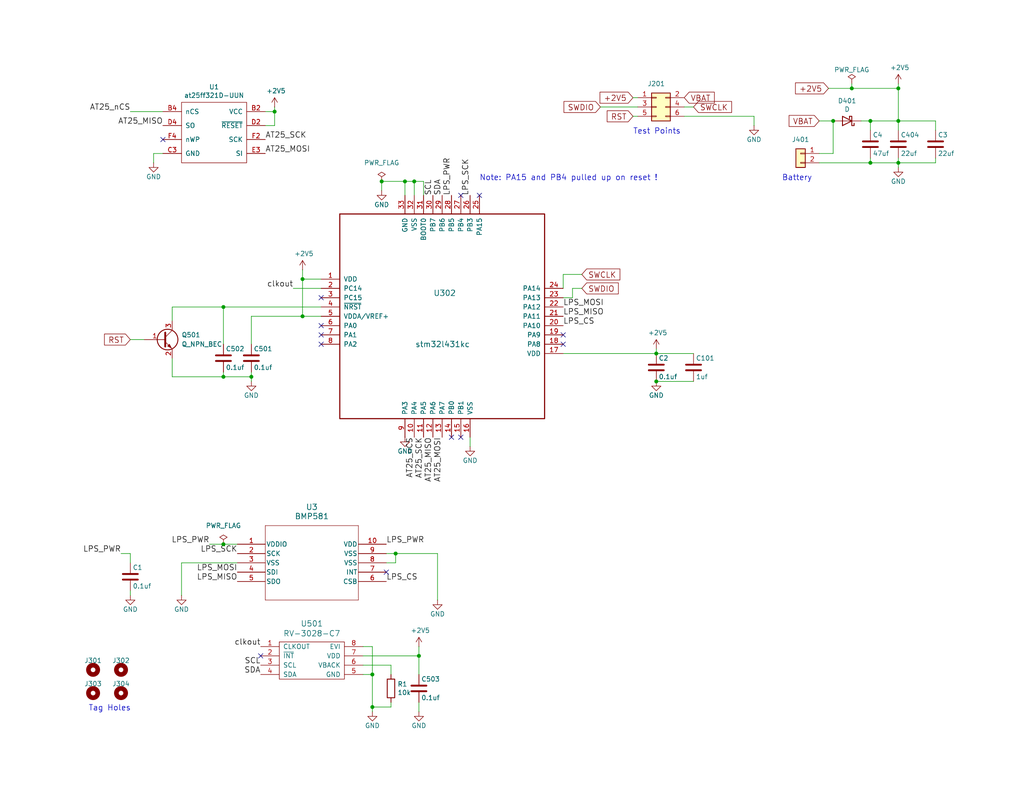
<source format=kicad_sch>
(kicad_sch (version 20231120) (generator "eeschema") (generator_version "8.0")
  (paper "USLetter")
  (title_block (title "PresOptTag V6 ") (date "2025-01-30") (company "IUCS") (comment 1 "Geoffrey Brown") (comment 2 "Add 47uF cap") (comment 3 "Grounded lps27 RES pin"))
  (lib_symbols
    (symbol "+2V5_1" (power) (pin_numbers hide) (pin_names (offset 0) hide)
      (property "Value" "+2V5" (at 0 3.556 0))
      (symbol "+2V5_1_0_1"
        (polyline (pts (xy -0.762 1.27) (xy 0 2.54)))
        (polyline (pts (xy 0 0) (xy 0 2.54)))
        (polyline (pts (xy 0 2.54) (xy 0.762 1.27)))
      )
      (symbol "+2V5_1_1_1"
        (pin power_in line (at 0 0 90) (length 0) (name "~") (number "1"))
      )
    )
    (symbol "+2V5_2" (power) (pin_numbers hide) (pin_names (offset 0) hide)
      (property "Value" "+2V5" (at 0 3.556 0))
      (symbol "+2V5_2_0_1"
        (polyline (pts (xy -0.762 1.27) (xy 0 2.54)))
        (polyline (pts (xy 0 0) (xy 0 2.54)))
        (polyline (pts (xy 0 2.54) (xy 0.762 1.27)))
      )
      (symbol "+2V5_2_1_1"
        (pin power_in line (at 0 0 90) (length 0) (name "~") (number "1"))
      )
    )
    (symbol "+2V5_3" (power) (pin_numbers hide) (pin_names (offset 0) hide)
      (property "Value" "+2V5" (at 0 3.556 0))
      (symbol "+2V5_3_0_1"
        (polyline (pts (xy -0.762 1.27) (xy 0 2.54)))
        (polyline (pts (xy 0 0) (xy 0 2.54)))
        (polyline (pts (xy 0 2.54) (xy 0.762 1.27)))
      )
      (symbol "+2V5_3_1_1"
        (pin power_in line (at 0 0 90) (length 0) (name "~") (number "1"))
      )
    )
    (symbol "+2V5_4" (power) (pin_numbers hide) (pin_names (offset 0) hide)
      (property "Value" "+2V5" (at 0 3.556 0))
      (symbol "+2V5_4_0_1"
        (polyline (pts (xy -0.762 1.27) (xy 0 2.54)))
        (polyline (pts (xy 0 0) (xy 0 2.54)))
        (polyline (pts (xy 0 2.54) (xy 0.762 1.27)))
      )
      (symbol "+2V5_4_1_1"
        (pin power_in line (at 0 0 90) (length 0) (name "~") (number "1"))
      )
    )
    (symbol "Connector_Generic:Conn_01x02" (pin_names (offset 1.016) hide)
      (property "Reference" "J" (at 0 2.54 0))
      (property "Value" "Conn_01x02" (at 0 -5.08 0))
      (symbol "Conn_01x02_1_1"
        (rectangle (start -1.27 -2.413) (end 0 -2.667) (stroke (width 0.1524)))
        (rectangle (start -1.27 0.127) (end 0 -0.127) (stroke (width 0.1524)))
        (rectangle (start -1.27 1.27) (end 1.27 -3.81) (stroke (width 0.254)) (fill (type background)))
        (pin passive line (at -5.08 0 0) (length 3.81) (name "Pin_1") (number "1"))
        (pin passive line (at -5.08 -2.54 0) (length 3.81) (name "Pin_2") (number "2"))
      )
    )
    (symbol "Connector_Generic:Conn_02x03_Odd_Even" (pin_names (offset 1.016) hide)
      (property "Reference" "J" (at 1.27 5.08 0))
      (property "Value" "Conn_02x03_Odd_Even" (at 1.27 -5.08 0))
      (symbol "Conn_02x03_Odd_Even_1_1"
        (rectangle (start -1.27 -2.413) (end 0 -2.667) (stroke (width 0.1524)))
        (rectangle (start -1.27 0.127) (end 0 -0.127) (stroke (width 0.1524)))
        (rectangle (start -1.27 2.667) (end 0 2.413) (stroke (width 0.1524)))
        (rectangle (start -1.27 3.81) (end 3.81 -3.81) (stroke (width 0.254)) (fill (type background)))
        (rectangle (start 3.81 -2.413) (end 2.54 -2.667) (stroke (width 0.1524)))
        (rectangle (start 3.81 0.127) (end 2.54 -0.127) (stroke (width 0.1524)))
        (rectangle (start 3.81 2.667) (end 2.54 2.413) (stroke (width 0.1524)))
        (pin passive line (at -5.08 2.54 0) (length 3.81) (name "Pin_1") (number "1"))
        (pin passive line (at 7.62 2.54 180) (length 3.81) (name "Pin_2") (number "2"))
        (pin passive line (at -5.08 0 0) (length 3.81) (name "Pin_3") (number "3"))
        (pin passive line (at 7.62 0 180) (length 3.81) (name "Pin_4") (number "4"))
        (pin passive line (at -5.08 -2.54 0) (length 3.81) (name "Pin_5") (number "5"))
        (pin passive line (at 7.62 -2.54 180) (length 3.81) (name "Pin_6") (number "6"))
      )
    )
    (symbol "Device:C" (pin_numbers hide) (pin_names (offset 0.254))
      (property "Reference" "C" (at 0.635 2.54 0))
      (property "Value" "C" (at 0.635 -2.54 0))
      (symbol "C_0_1"
        (polyline (pts (xy -2.032 -0.762) (xy 2.032 -0.762)) (stroke (width 0.508)))
        (polyline (pts (xy -2.032 0.762) (xy 2.032 0.762)) (stroke (width 0.508)))
      )
      (symbol "C_1_1"
        (pin passive line (at 0 3.81 270) (length 2.794) (name "~") (number "1"))
        (pin passive line (at 0 -3.81 90) (length 2.794) (name "~") (number "2"))
      )
    )
    (symbol "Device:D_Schottky" (pin_numbers hide) (pin_names (offset 1.016) hide)
      (property "Reference" "D" (at 0 2.54 0))
      (property "Value" "D_Schottky" (at 0 -2.54 0))
      (symbol "D_Schottky_0_1"
        (polyline (pts (xy 1.27 0) (xy -1.27 0)))
        (polyline (pts (xy 1.27 1.27) (xy 1.27 -1.27) (xy -1.27 0) (xy 1.27 1.27)) (stroke (width 0.254)))
        (polyline (pts (xy -1.905 0.635) (xy -1.905 1.27) (xy -1.27 1.27) (xy -1.27 -1.27) (xy -0.635 -1.27) (xy -0.635 -0.635)) (stroke (width 0.254)))
      )
      (symbol "D_Schottky_1_1"
        (pin passive line (at -3.81 0 0) (length 2.54) (name "K") (number "1"))
        (pin passive line (at 3.81 0 180) (length 2.54) (name "A") (number "2"))
      )
    )
    (symbol "Device:Q_NPN_BEC" (pin_names (offset 0) hide)
      (property "Reference" "Q" (at 5.08 1.27 0))
      (property "Value" "Q_NPN_BEC" (at 5.08 -1.27 0))
      (symbol "Q_NPN_BEC_0_1"
        (polyline (pts (xy 0.635 0.635) (xy 2.54 2.54)))
        (polyline (pts (xy 0.635 -0.635) (xy 2.54 -2.54) (xy 2.54 -2.54)))
        (polyline (pts (xy 0.635 1.905) (xy 0.635 -1.905) (xy 0.635 -1.905)) (stroke (width 0.508)))
        (polyline (pts (xy 1.27 -1.778) (xy 1.778 -1.27) (xy 2.286 -2.286) (xy 1.27 -1.778) (xy 1.27 -1.778)) (fill (type outline)))
        (circle (center 1.27 0) (radius 2.8194) (stroke (width 0.254)))
      )
      (symbol "Q_NPN_BEC_1_1"
        (pin input line (at -5.08 0 0) (length 5.715) (name "B") (number "1"))
        (pin passive line (at 2.54 -5.08 90) (length 2.54) (name "E") (number "2"))
        (pin passive line (at 2.54 5.08 270) (length 2.54) (name "C") (number "3"))
      )
    )
    (symbol "Device:R" (pin_numbers hide) (pin_names (offset 0))
      (property "Reference" "R" (at 2.032 0 90))
      (property "Value" "R" (at 0 0 90))
      (symbol "R_0_1"
        (rectangle (start -1.016 -2.54) (end 1.016 2.54) (stroke (width 0.254)))
      )
      (symbol "R_1_1"
        (pin passive line (at 0 3.81 270) (length 1.27) (name "~") (number "1"))
        (pin passive line (at 0 -3.81 90) (length 1.27) (name "~") (number "2"))
      )
    )
    (symbol "GND_1" (power) (pin_numbers hide) (pin_names (offset 0) hide)
      (property "Value" "GND" (at 0 -3.81 0))
      (symbol "GND_1_0_1"
        (polyline (pts (xy 0 0) (xy 0 -1.27) (xy 1.27 -1.27) (xy 0 -2.54) (xy -1.27 -1.27) (xy 0 -1.27)))
      )
      (symbol "GND_1_1_1"
        (pin power_in line (at 0 0 270) (length 0) (name "~") (number "1"))
      )
    )
    (symbol "GND_11" (power) (pin_numbers hide) (pin_names (offset 0) hide)
      (property "Value" "GND" (at 0 -3.81 0))
      (symbol "GND_11_0_1"
        (polyline (pts (xy 0 0) (xy 0 -1.27) (xy 1.27 -1.27) (xy 0 -2.54) (xy -1.27 -1.27) (xy 0 -1.27)))
      )
      (symbol "GND_11_1_1"
        (pin power_in line (at 0 0 270) (length 0) (name "~") (number "1"))
      )
    )
    (symbol "GND_12" (power) (pin_numbers hide) (pin_names (offset 0) hide)
      (property "Value" "GND" (at 0 -3.81 0))
      (symbol "GND_12_0_1"
        (polyline (pts (xy 0 0) (xy 0 -1.27) (xy 1.27 -1.27) (xy 0 -2.54) (xy -1.27 -1.27) (xy 0 -1.27)))
      )
      (symbol "GND_12_1_1"
        (pin power_in line (at 0 0 270) (length 0) (name "~") (number "1"))
      )
    )
    (symbol "GND_2" (power) (pin_numbers hide) (pin_names (offset 0) hide)
      (property "Value" "GND" (at 0 -3.81 0))
      (symbol "GND_2_0_1"
        (polyline (pts (xy 0 0) (xy 0 -1.27) (xy 1.27 -1.27) (xy 0 -2.54) (xy -1.27 -1.27) (xy 0 -1.27)))
      )
      (symbol "GND_2_1_1"
        (pin power_in line (at 0 0 270) (length 0) (name "~") (number "1"))
      )
    )
    (symbol "GND_3" (power) (pin_numbers hide) (pin_names (offset 0) hide)
      (property "Value" "GND" (at 0 -3.81 0))
      (symbol "GND_3_0_1"
        (polyline (pts (xy 0 0) (xy 0 -1.27) (xy 1.27 -1.27) (xy 0 -2.54) (xy -1.27 -1.27) (xy 0 -1.27)))
      )
      (symbol "GND_3_1_1"
        (pin power_in line (at 0 0 270) (length 0) (name "~") (number "1"))
      )
    )
    (symbol "GND_4" (power) (pin_numbers hide) (pin_names (offset 0) hide)
      (property "Value" "GND" (at 0 -3.81 0))
      (symbol "GND_4_0_1"
        (polyline (pts (xy 0 0) (xy 0 -1.27) (xy 1.27 -1.27) (xy 0 -2.54) (xy -1.27 -1.27) (xy 0 -1.27)))
      )
      (symbol "GND_4_1_1"
        (pin power_in line (at 0 0 270) (length 0) (name "~") (number "1"))
      )
    )
    (symbol "GND_5" (power) (pin_numbers hide) (pin_names (offset 0) hide)
      (property "Value" "GND" (at 0 -3.81 0))
      (symbol "GND_5_0_1"
        (polyline (pts (xy 0 0) (xy 0 -1.27) (xy 1.27 -1.27) (xy 0 -2.54) (xy -1.27 -1.27) (xy 0 -1.27)))
      )
      (symbol "GND_5_1_1"
        (pin power_in line (at 0 0 270) (length 0) (name "~") (number "1"))
      )
    )
    (symbol "GND_6" (power) (pin_numbers hide) (pin_names (offset 0) hide)
      (property "Value" "GND" (at 0 -3.81 0))
      (symbol "GND_6_0_1"
        (polyline (pts (xy 0 0) (xy 0 -1.27) (xy 1.27 -1.27) (xy 0 -2.54) (xy -1.27 -1.27) (xy 0 -1.27)))
      )
      (symbol "GND_6_1_1"
        (pin power_in line (at 0 0 270) (length 0) (name "~") (number "1"))
      )
    )
    (symbol "GND_7" (power) (pin_numbers hide) (pin_names (offset 0) hide)
      (property "Value" "GND" (at 0 -3.81 0))
      (symbol "GND_7_0_1"
        (polyline (pts (xy 0 0) (xy 0 -1.27) (xy 1.27 -1.27) (xy 0 -2.54) (xy -1.27 -1.27) (xy 0 -1.27)))
      )
      (symbol "GND_7_1_1"
        (pin power_in line (at 0 0 270) (length 0) (name "~") (number "1"))
      )
    )
    (symbol "GND_8" (power) (pin_numbers hide) (pin_names (offset 0) hide)
      (property "Value" "GND" (at 0 -3.81 0))
      (symbol "GND_8_0_1"
        (polyline (pts (xy 0 0) (xy 0 -1.27) (xy 1.27 -1.27) (xy 0 -2.54) (xy -1.27 -1.27) (xy 0 -1.27)))
      )
      (symbol "GND_8_1_1"
        (pin power_in line (at 0 0 270) (length 0) (name "~") (number "1"))
      )
    )
    (symbol "GND_9" (power) (pin_numbers hide) (pin_names (offset 0) hide)
      (property "Value" "GND" (at 0 -3.81 0))
      (symbol "GND_9_0_1"
        (polyline (pts (xy 0 0) (xy 0 -1.27) (xy 1.27 -1.27) (xy 0 -2.54) (xy -1.27 -1.27) (xy 0 -1.27)))
      )
      (symbol "GND_9_1_1"
        (pin power_in line (at 0 0 270) (length 0) (name "~") (number "1"))
      )
    )
    (symbol "Mechanical:MountingHole" (pin_names (offset 1.016))
      (property "Reference" "H" (at 0 5.08 0))
      (property "Value" "MountingHole" (at 0 3.175 0))
      (symbol "MountingHole_0_1"
        (circle (center 0 0) (radius 1.27) (stroke (width 1.27)))
      )
    )
    (symbol "PWR_FLAG_1" (power) (pin_numbers hide) (pin_names (offset 0) hide)
      (property "Value" "PWR_FLAG" (at 0 3.81 0))
      (symbol "PWR_FLAG_1_0_0"
        (pin power_out line (at 0 0 90) (length 0) (name "~") (number "1"))
      )
      (symbol "PWR_FLAG_1_0_1"
        (polyline (pts (xy 0 0) (xy 0 1.27) (xy -1.016 1.905) (xy 0 2.54) (xy 1.016 1.905) (xy 0 1.27)))
      )
    )
    (symbol "PresTag:RV-3028-C7-gpsparts" (pin_names (offset 1.016))
      (property "Reference" "U" (at 0 7.62 0))
      (property "Value" "RV-3028-C7-gpsparts" (at 1.27 -7.62 0))
      (symbol "RV-3028-C7-gpsparts_0_1"
        (rectangle (start -8.89 5.08) (end 8.89 -5.08))
      )
      (symbol "RV-3028-C7-gpsparts_1_1"
        (pin input line (at -13.97 3.81 0) (length 5.08) (name "CLKOUT") (number "1"))
        (pin input line (at -13.97 1.27 0) (length 5.08) (name "~{INT}") (number "2"))
        (pin input line (at -13.97 -1.27 0) (length 5.08) (name "SCL") (number "3"))
        (pin input line (at -13.97 -3.81 0) (length 5.08) (name "SDA") (number "4"))
        (pin input line (at 13.97 -3.81 180) (length 5.08) (name "GND") (number "5"))
        (pin input line (at 13.97 -1.27 180) (length 5.08) (name "VBACK") (number "6"))
        (pin input line (at 13.97 1.27 180) (length 5.08) (name "VDD") (number "7"))
        (pin input line (at 13.97 3.81 180) (length 5.08) (name "EVI") (number "8"))
      )
    )
    (symbol "PresTag:stm32l432-gpsparts" (pin_names (offset 1.016))
      (property "Reference" "U" (at 36.83 -3.81 0))
      (property "Value" "stm32l432-gpsparts" (at 59.69 -24.13 0))
      (symbol "stm32l432-gpsparts_1_1"
        (rectangle (start 5.08 17.78) (end 60.96 -38.1) (stroke (width 0.3048)))
        (pin power_in line (at 0 0 0) (length 5.08) (name "VDD") (number "1"))
        (pin bidirectional line (at 25.4 -43.18 90) (length 5.08) (name "PA4") (number "10"))
        (pin bidirectional line (at 27.94 -43.18 90) (length 5.08) (name "PA5") (number "11"))
        (pin bidirectional line (at 30.48 -43.18 90) (length 5.08) (name "PA6") (number "12"))
        (pin bidirectional line (at 33.02 -43.18 90) (length 5.08) (name "PA7") (number "13"))
        (pin bidirectional line (at 35.56 -43.18 90) (length 5.08) (name "PB0") (number "14"))
        (pin bidirectional line (at 38.1 -43.18 90) (length 5.08) (name "PB1") (number "15"))
        (pin power_in line (at 40.64 -43.18 90) (length 5.08) (name "VSS") (number "16"))
        (pin power_in line (at 66.04 -20.32 180) (length 5.08) (name "VDD") (number "17"))
        (pin bidirectional line (at 66.04 -17.78 180) (length 5.08) (name "PA8") (number "18"))
        (pin bidirectional line (at 66.04 -15.24 180) (length 5.08) (name "PA9") (number "19"))
        (pin bidirectional line (at 0 -2.54 0) (length 5.08) (name "PC14") (number "2"))
        (pin bidirectional line (at 66.04 -12.7 180) (length 5.08) (name "PA10") (number "20"))
        (pin bidirectional line (at 66.04 -10.16 180) (length 5.08) (name "PA11") (number "21"))
        (pin bidirectional line (at 66.04 -7.62 180) (length 5.08) (name "PA12") (number "22"))
        (pin bidirectional line (at 66.04 -5.08 180) (length 5.08) (name "PA13") (number "23"))
        (pin bidirectional line (at 66.04 -2.54 180) (length 5.08) (name "PA14") (number "24"))
        (pin bidirectional line (at 43.18 22.86 270) (length 5.08) (name "PA15") (number "25"))
        (pin bidirectional line (at 40.64 22.86 270) (length 5.08) (name "PB3") (number "26"))
        (pin bidirectional line (at 38.1 22.86 270) (length 5.08) (name "PB4") (number "27"))
        (pin bidirectional line (at 35.56 22.86 270) (length 5.08) (name "PB5") (number "28"))
        (pin bidirectional line (at 33.02 22.86 270) (length 5.08) (name "PB6") (number "29"))
        (pin bidirectional line (at 0 -5.08 0) (length 5.08) (name "PC15") (number "3"))
        (pin bidirectional line (at 30.48 22.86 270) (length 5.08) (name "PB7") (number "30"))
        (pin input line (at 27.94 22.86 270) (length 5.08) (name "BOOT0") (number "31"))
        (pin power_in line (at 25.4 22.86 270) (length 5.08) (name "VSS") (number "32"))
        (pin power_in line (at 22.86 22.86 270) (length 5.08) (name "GND") (number "33"))
        (pin bidirectional line (at 0 -7.62 0) (length 5.08) (name "~{NRST}") (number "4"))
        (pin power_in line (at 0 -10.16 0) (length 5.08) (name "VDDA/VREF+") (number "5"))
        (pin bidirectional line (at 0 -12.7 0) (length 5.08) (name "PA0") (number "6"))
        (pin bidirectional line (at 0 -15.24 0) (length 5.08) (name "PA1") (number "7"))
        (pin bidirectional line (at 0 -17.78 0) (length 5.08) (name "PA2") (number "8"))
        (pin passive line (at 22.86 -43.18 90) (length 5.08) (name "PA3") (number "9"))
      )
    )
    (symbol "at25xe:at25ex321D-UUN" (pin_names (offset 1.016))
      (property "Reference" "U" (at 0 7.62 0))
      (property "Value" "at25ex321D-UUN" (at -1.27 -12.7 0))
      (symbol "at25ex321D-UUN_0_1"
        (rectangle (start -8.89 -10.16) (end 8.89 6.35))
      )
      (symbol "at25ex321D-UUN_1_1"
        (pin no_connect line (at -12.7 -12.7 0) (length 5.08) hide (name "NC") (number "A1"))
        (pin no_connect line (at 12.7 -12.7 180) (length 5.08) hide (name "NC") (number "A5"))
        (pin power_in line (at 13.97 3.81 180) (length 5.08) (name "VCC") (number "B2"))
        (pin input line (at -13.97 3.81 0) (length 5.08) (name "nCS") (number "B4"))
        (pin power_in line (at -13.97 -7.62 0) (length 5.08) (name "GND") (number "C3"))
        (pin input line (at 13.97 0 180) (length 5.08) (name "~{RESET}") (number "D2"))
        (pin output line (at -13.97 0 0) (length 5.08) (name "SO") (number "D4"))
        (pin input line (at 13.97 -7.62 180) (length 5.08) (name "SI") (number "E3"))
        (pin input line (at 13.97 -3.81 180) (length 5.08) (name "SCK") (number "F2"))
        (pin input line (at -13.97 -3.81 0) (length 5.08) (name "nWP") (number "F4"))
        (pin no_connect line (at -12.7 -15.24 0) (length 5.08) hide (name "NC") (number "G1"))
        (pin no_connect line (at 12.7 -15.24 180) (length 5.08) hide (name "NC") (number "G5"))
      )
    )
    (symbol "bmp580:BMP581" (pin_names (offset 0.254))
      (property "Reference" "U" (at 20.32 10.16 0))
      (property "Value" "BMP581" (at 20.32 7.62 0))
      (symbol "BMP581_0_1"
        (polyline (pts (xy 7.62 -15.24) (xy 33.02 -15.24)) (stroke (width 0.127)))
        (polyline (pts (xy 7.62 5.08) (xy 7.62 -15.24)) (stroke (width 0.127)))
        (polyline (pts (xy 33.02 -15.24) (xy 33.02 5.08)) (stroke (width 0.127)))
        (polyline (pts (xy 33.02 5.08) (xy 7.62 5.08)) (stroke (width 0.127)))
        (pin power_in line (at 0 0 0) (length 7.62) (name "VDDIO") (number "1"))
        (pin power_in line (at 40.64 0 180) (length 7.62) (name "VDD") (number "10"))
        (pin input line (at 40.64 -7.62 180) (length 7.62) (name "INT") (number "7"))
      )
      (symbol "BMP581_1_1"
        (pin input line (at 0 -2.54 0) (length 7.62) (name "SCK") (number "2"))
        (pin power_in line (at 0 -5.08 0) (length 7.62) (name "VSS") (number "3"))
        (pin input line (at 0 -7.62 0) (length 7.62) (name "SDI") (number "4"))
        (pin output line (at 0 -10.16 0) (length 7.62) (name "SDO") (number "5"))
        (pin input line (at 40.64 -10.16 180) (length 7.62) (name "CSB") (number "6"))
        (pin power_in line (at 40.64 -5.08 180) (length 7.62) (name "VSS") (number "8"))
        (pin power_in line (at 40.64 -2.54 180) (length 7.62) (name "VSS") (number "9"))
      )
    )
    (symbol "power:+2V5" (power) (pin_numbers hide) (pin_names (offset 0) hide)
      (property "Value" "+2V5" (at 0 3.556 0))
      (symbol "+2V5_0_1"
        (polyline (pts (xy -0.762 1.27) (xy 0 2.54)))
        (polyline (pts (xy 0 0) (xy 0 2.54)))
        (polyline (pts (xy 0 2.54) (xy 0.762 1.27)))
      )
      (symbol "+2V5_1_1"
        (pin power_in line (at 0 0 90) (length 0) (name "~") (number "1"))
      )
    )
    (symbol "power:GND" (power) (pin_numbers hide) (pin_names (offset 0) hide)
      (property "Value" "GND" (at 0 -3.81 0))
      (symbol "GND_0_1"
        (polyline (pts (xy 0 0) (xy 0 -1.27) (xy 1.27 -1.27) (xy 0 -2.54) (xy -1.27 -1.27) (xy 0 -1.27)))
      )
      (symbol "GND_1_1"
        (pin power_in line (at 0 0 270) (length 0) (name "~") (number "1"))
      )
    )
    (symbol "power:PWR_FLAG" (power) (pin_numbers hide) (pin_names (offset 0) hide)
      (property "Value" "PWR_FLAG" (at 0 3.81 0))
      (symbol "PWR_FLAG_0_0"
        (pin power_out line (at 0 0 90) (length 0) (name "~") (number "1"))
      )
      (symbol "PWR_FLAG_0_1"
        (polyline (pts (xy 0 0) (xy 0 1.27) (xy -1.016 1.905) (xy 0 2.54) (xy 1.016 1.905) (xy 0 1.27)))
      )
    )
  )
  (junction (at 60.96 148.59))
  (junction (at 60.96 83.82))
  (junction (at 237.49 44.45))
  (junction (at 101.6 184.15))
  (junction (at 245.11 24.13))
  (junction (at 104.14 49.53))
  (junction (at 179.07 104.14))
  (junction (at 110.49 49.53))
  (junction (at 82.55 76.2))
  (junction (at 237.49 33.02))
  (junction (at 60.96 102.87))
  (junction (at 68.58 102.87))
  (junction (at 179.07 96.52))
  (junction (at 107.95 151.13))
  (junction (at 227.33 33.02))
  (junction (at 245.11 33.02))
  (junction (at 232.41 24.13))
  (junction (at 113.03 49.53))
  (junction (at 101.6 193.04))
  (junction (at 74.93 30.48))
  (junction (at 82.55 86.36))
  (junction (at 245.11 44.45))
  (junction (at 114.3 179.07))
  (no_connect (at 87.63 93.98))
  (no_connect (at 87.63 91.44))
  (no_connect (at 44.45 38.1))
  (no_connect (at 125.73 119.38))
  (no_connect (at 87.63 88.9))
  (no_connect (at 87.63 81.28))
  (no_connect (at 130.81 53.34))
  (no_connect (at 71.12 179.07))
  (no_connect (at 125.73 53.34))
  (no_connect (at 153.67 93.98))
  (no_connect (at 153.67 91.44))
  (no_connect (at 105.41 156.21))
  (no_connect (at 123.19 119.38))
  (wire (pts (xy 74.93 34.29) (xy 74.93 30.48)))
  (wire (pts (xy 33.02 151.13) (xy 35.56 151.13)))
  (wire (pts (xy 101.6 193.04) (xy 101.6 194.31)))
  (wire (pts (xy 57.15 148.59) (xy 60.96 148.59)))
  (wire (pts (xy 99.06 179.07) (xy 114.3 179.07)))
  (wire (pts (xy 46.99 83.82) (xy 60.96 83.82)))
  (wire (pts (xy 232.41 22.86) (xy 232.41 24.13)))
  (wire (pts (xy 245.11 33.02) (xy 245.11 35.56)))
  (wire (pts (xy 104.14 52.07) (xy 104.14 49.53)))
  (wire (pts (xy 106.68 191.77) (xy 106.68 193.04)))
  (wire (pts (xy 60.96 83.82) (xy 60.96 93.98)))
  (wire (pts (xy 179.07 95.25) (xy 179.07 96.52)))
  (wire (pts (xy 114.3 179.07) (xy 114.3 184.15)))
  (wire (pts (xy 172.72 31.75) (xy 173.99 31.75)))
  (wire (pts (xy 106.68 181.61) (xy 106.68 184.15)))
  (wire (pts (xy 245.11 44.45) (xy 255.27 44.45)))
  (wire (pts (xy 60.96 102.87) (xy 68.58 102.87)))
  (wire (pts (xy 237.49 44.45) (xy 245.11 44.45)))
  (wire (pts (xy 60.96 148.59) (xy 64.77 148.59)))
  (wire (pts (xy 82.55 86.36) (xy 87.63 86.36)))
  (wire (pts (xy 110.49 49.53) (xy 110.49 53.34)))
  (wire (pts (xy 106.68 193.04) (xy 101.6 193.04)))
  (wire (pts (xy 68.58 101.6) (xy 68.58 102.87)))
  (wire (pts (xy 163.83 29.21) (xy 173.99 29.21)))
  (wire (pts (xy 41.91 41.91) (xy 41.91 44.45)))
  (wire (pts (xy 74.93 30.48) (xy 74.93 29.21)))
  (wire (pts (xy 119.38 151.13) (xy 119.38 163.83)))
  (wire (pts (xy 113.03 49.53) (xy 115.57 49.53)))
  (wire (pts (xy 68.58 102.87) (xy 68.58 104.14)))
  (wire (pts (xy 186.69 31.75) (xy 205.74 31.75)))
  (wire (pts (xy 80.01 78.74) (xy 87.63 78.74)))
  (wire (pts (xy 223.52 33.02) (xy 227.33 33.02)))
  (wire (pts (xy 223.52 44.45) (xy 237.49 44.45)))
  (wire (pts (xy 237.49 33.02) (xy 237.49 35.56)))
  (wire (pts (xy 245.11 43.18) (xy 245.11 44.45)))
  (wire (pts (xy 105.41 153.67) (xy 107.95 153.67)))
  (wire (pts (xy 87.63 83.82) (xy 60.96 83.82)))
  (wire (pts (xy 46.99 87.63) (xy 46.99 83.82)))
  (wire (pts (xy 172.72 26.67) (xy 173.99 26.67)))
  (wire (pts (xy 46.99 97.79) (xy 46.99 102.87)))
  (wire (pts (xy 82.55 86.36) (xy 68.58 86.36)))
  (wire (pts (xy 110.49 49.53) (xy 113.03 49.53)))
  (wire (pts (xy 49.53 153.67) (xy 49.53 162.56)))
  (wire (pts (xy 107.95 151.13) (xy 119.38 151.13)))
  (wire (pts (xy 255.27 33.02) (xy 255.27 35.56)))
  (wire (pts (xy 237.49 43.18) (xy 237.49 44.45)))
  (wire (pts (xy 245.11 24.13) (xy 245.11 33.02)))
  (wire (pts (xy 186.69 29.21) (xy 189.23 29.21)))
  (wire (pts (xy 115.57 49.53) (xy 115.57 53.34)))
  (wire (pts (xy 107.95 153.67) (xy 107.95 151.13)))
  (wire (pts (xy 234.95 33.02) (xy 237.49 33.02)))
  (wire (pts (xy 153.67 96.52) (xy 179.07 96.52)))
  (wire (pts (xy 153.67 78.74) (xy 153.67 74.93)))
  (wire (pts (xy 99.06 181.61) (xy 106.68 181.61)))
  (wire (pts (xy 72.39 34.29) (xy 74.93 34.29)))
  (wire (pts (xy 72.39 30.48) (xy 74.93 30.48)))
  (wire (pts (xy 227.33 41.91) (xy 223.52 41.91)))
  (wire (pts (xy 104.14 49.53) (xy 110.49 49.53)))
  (wire (pts (xy 82.55 73.66) (xy 82.55 76.2)))
  (wire (pts (xy 153.67 74.93) (xy 158.75 74.93)))
  (wire (pts (xy 255.27 44.45) (xy 255.27 43.18)))
  (wire (pts (xy 205.74 31.75) (xy 205.74 34.29)))
  (wire (pts (xy 227.33 33.02) (xy 227.33 41.91)))
  (wire (pts (xy 68.58 93.98) (xy 68.58 86.36)))
  (wire (pts (xy 101.6 176.53) (xy 101.6 184.15)))
  (wire (pts (xy 99.06 176.53) (xy 101.6 176.53)))
  (wire (pts (xy 82.55 76.2) (xy 82.55 86.36)))
  (wire (pts (xy 35.56 151.13) (xy 35.56 153.67)))
  (wire (pts (xy 35.56 92.71) (xy 39.37 92.71)))
  (wire (pts (xy 179.07 96.52) (xy 189.23 96.52)))
  (wire (pts (xy 156.21 78.74) (xy 158.75 78.74)))
  (wire (pts (xy 46.99 102.87) (xy 60.96 102.87)))
  (wire (pts (xy 64.77 153.67) (xy 49.53 153.67)))
  (wire (pts (xy 245.11 33.02) (xy 255.27 33.02)))
  (wire (pts (xy 114.3 176.53) (xy 114.3 179.07)))
  (wire (pts (xy 60.96 101.6) (xy 60.96 102.87)))
  (wire (pts (xy 101.6 184.15) (xy 101.6 193.04)))
  (wire (pts (xy 99.06 184.15) (xy 101.6 184.15)))
  (wire (pts (xy 245.11 44.45) (xy 245.11 45.72)))
  (wire (pts (xy 82.55 76.2) (xy 87.63 76.2)))
  (wire (pts (xy 245.11 22.86) (xy 245.11 24.13)))
  (wire (pts (xy 114.3 191.77) (xy 114.3 194.31)))
  (wire (pts (xy 226.06 24.13) (xy 232.41 24.13)))
  (wire (pts (xy 105.41 151.13) (xy 107.95 151.13)))
  (wire (pts (xy 44.45 41.91) (xy 41.91 41.91)))
  (wire (pts (xy 128.27 119.38) (xy 128.27 121.92)))
  (wire (pts (xy 35.56 30.48) (xy 44.45 30.48)))
  (wire (pts (xy 113.03 49.53) (xy 113.03 53.34)))
  (wire (pts (xy 153.67 81.28) (xy 156.21 81.28)))
  (wire (pts (xy 156.21 81.28) (xy 156.21 78.74)))
  (wire (pts (xy 35.56 161.29) (xy 35.56 162.56)))
  (wire (pts (xy 189.23 104.14) (xy 179.07 104.14)))
  (wire (pts (xy 237.49 33.02) (xy 245.11 33.02)))
  (wire (pts (xy 232.41 24.13) (xy 245.11 24.13)))
  (text "Battery" (at 213.36 49.53 0) (effects (font (size 1.524 1.524)) (justify left bottom)))
  (text "Note: PA15 and PB4 pulled up on reset !" (at 130.81 49.53 0) (effects (font (size 1.524 1.524)) (justify left bottom)))
  (text "Tag Holes" (at 24.13 194.31 0) (effects (font (size 1.524 1.524)) (justify left bottom)))
  (text "Test Points" (at 172.72 36.83 0) (effects (font (size 1.524 1.524)) (justify left bottom)))
  (label "AT25_nCS" (at 35.56 30.48 180) (effects (font (size 1.524 1.524))))
  (label "LPS_MISO" (at 153.67 86.36 0) (effects (font (size 1.524 1.524))))
  (label "AT25_SCK" (at 115.57 119.38 270) (effects (font (size 1.524 1.524))))
  (label "SDA" (at 120.65 53.34 90) (effects (font (size 1.524 1.524))))
  (label "LPS_MISO" (at 64.77 158.75 180) (effects (font (size 1.524 1.524))))
  (label "LPS_SCK" (at 64.77 151.13 180) (effects (font (size 1.524 1.524))))
  (label "SCL" (at 71.12 181.61 180) (effects (font (size 1.524 1.524))))
  (label "AT25_MISO" (at 44.45 34.29 180) (effects (font (size 1.524 1.524))))
  (label "AT25_MISO" (at 118.11 119.38 270) (effects (font (size 1.524 1.524))))
  (label "LPS_PWR" (at 123.19 53.34 90) (effects (font (size 1.524 1.524))))
  (label "AT25_MOSI" (at 72.39 41.91 0) (effects (font (size 1.524 1.524))))
  (label "LPS_MOSI" (at 153.67 83.82 0) (effects (font (size 1.524 1.524))))
  (label "clkout" (at 80.01 78.74 180) (effects (font (size 1.524 1.524))))
  (label "SCL" (at 118.11 53.34 90) (effects (font (size 1.524 1.524))))
  (label "LPS_CS" (at 153.67 88.9 0) (effects (font (size 1.524 1.524))))
  (label "LPS_PWR" (at 57.15 148.59 180) (effects (font (size 1.524 1.524))))
  (label "AT25_MOSI" (at 120.65 119.38 270) (effects (font (size 1.524 1.524))))
  (label "SDA" (at 71.12 184.15 180) (effects (font (size 1.524 1.524))))
  (label "LPS_MOSI" (at 64.77 156.21 180) (effects (font (size 1.524 1.524))))
  (label "LPS_SCK" (at 128.27 53.34 90) (effects (font (size 1.524 1.524))))
  (label "LPS_PWR" (at 33.02 151.13 180) (effects (font (size 1.524 1.524))))
  (label "AT25_nCS" (at 113.03 119.38 270) (effects (font (size 1.524 1.524))))
  (label "LPS_CS" (at 105.41 158.75 0) (effects (font (size 1.524 1.524))))
  (label "AT25_SCK" (at 72.39 38.1 0) (effects (font (size 1.524 1.524))))
  (label "LPS_PWR" (at 105.41 148.59 0) (effects (font (size 1.524 1.524))))
  (label "clkout" (at 71.12 176.53 180) (effects (font (size 1.524 1.524))))
  (global_label "VBAT" (shape input) (at 223.52 33.02 180) (effects (font (size 1.524 1.524))) (property "Intersheetrefs" "${INTERSHEET_REFS}" (effects (hide yes))))
  (global_label "RST" (shape input) (at 172.72 31.75 180) (effects (font (size 1.524 1.524))) (property "Intersheetrefs" "${INTERSHEET_REFS}" (effects (hide yes))))
  (global_label "SWCLK" (shape input) (at 189.23 29.21 0) (effects (font (size 1.524 1.524))) (property "Intersheetrefs" "${INTERSHEET_REFS}" (effects (hide yes))))
  (global_label "VBAT" (shape input) (at 186.69 26.67 0) (effects (font (size 1.524 1.524))) (property "Intersheetrefs" "${INTERSHEET_REFS}" (effects (hide yes))))
  (global_label "+2V5" (shape input) (at 172.72 26.67 180) (effects (font (size 1.524 1.524))) (property "Intersheetrefs" "${INTERSHEET_REFS}" (effects (hide yes))))
  (global_label "SWDIO" (shape input) (at 158.75 78.74 0) (effects (font (size 1.524 1.524))) (property "Intersheetrefs" "${INTERSHEET_REFS}" (effects (hide yes))))
  (global_label "+2V5" (shape input) (at 226.06 24.13 180) (effects (font (size 1.524 1.524))) (property "Intersheetrefs" "${INTERSHEET_REFS}" (effects (hide yes))))
  (global_label "SWDIO" (shape input) (at 163.83 29.21 180) (effects (font (size 1.524 1.524))) (property "Intersheetrefs" "${INTERSHEET_REFS}" (effects (hide yes))))
  (global_label "RST" (shape input) (at 35.56 92.71 180) (effects (font (size 1.524 1.524))) (property "Intersheetrefs" "${INTERSHEET_REFS}" (effects (hide yes))))
  (global_label "SWCLK" (shape input) (at 158.75 74.93 0) (effects (font (size 1.524 1.524))) (property "Intersheetrefs" "${INTERSHEET_REFS}" (effects (hide yes))))
  (symbol (lib_id "PresTag:stm32l432-gpsparts") (at 87.63 76.2 0) (unit 1)
    (property "Reference" "U302" (at 124.46 80.01 0) (effects (font (size 1.524 1.524)) (justify right)))
    (property "Value" "stm32l431kc" (at 128.27 93.98 0) (effects (font (size 1.524 1.524)) (justify right)))
    (property "Footprint" "Package_DFN_QFN:QFN-32-1EP_5x5mm_P0.5mm_EP3.45x3.45mm" (effects (hide yes)))
    (property "MFN" "STMicroelectronics" (effects (hide yes)))
    (property "DISTPN" "511-STM32L431KCU6" (effects (hide yes)))
    (property "MPN" "STM32L431KCU6" (effects (hide yes)))
  )
  (symbol (lib_id "Device:C") (at 60.96 97.79 0) (unit 1)
    (property "Reference" "C502" (at 61.595 95.25 0) (effects (justify left)))
    (property "Value" "0.1uf" (at 61.595 100.33 0) (effects (justify left)))
    (property "Footprint" "Capacitor_SMD:C_0201_0603Metric" (effects (hide yes)))
    (property "Macrofab" "MF-CAP-0402-0.1uF" (effects (hide yes)))
    (property "MFN" "Murata" (effects (hide yes)))
    (property "MPN" "GRM033C81E104KE14D" (effects (hide yes)))
    (property "DISTPN" "490-10403-1-ND" (effects (hide yes)))
  )
  (symbol (lib_id "Device:C") (at 68.58 97.79 0) (unit 1)
    (property "Reference" "C501" (at 69.215 95.25 0) (effects (justify left)))
    (property "Value" "0.1uf" (at 69.215 100.33 0) (effects (justify left)))
    (property "Footprint" "Capacitor_SMD:C_0201_0603Metric" (effects (hide yes)))
    (property "Macrofab" "MF-CAP-0402-0.1uF" (effects (hide yes)))
    (property "MFN" "Murata" (effects (hide yes)))
    (property "MPN" "GRM033C81E104KE14D" (effects (hide yes)))
    (property "DISTPN" "490-10403-1-ND" (effects (hide yes)))
  )
  (symbol (lib_id "Device:Q_NPN_BEC") (at 44.45 92.71 0) (unit 1)
    (property "Reference" "Q501" (at 49.53 91.44 0) (effects (justify left)))
    (property "Value" "Q_NPN_BEC" (at 49.53 93.98 0) (effects (justify left)))
    (property "Footprint" "Package_TO_SOT_SMD:SOT-883" (effects (hide yes)))
    (property "MFN" "Nexperia" (effects (hide yes)))
    (property "MPN" "BC847AMB,315" (effects (hide yes)))
    (property "DISTPN" "1727-2632-1-ND" (effects (hide yes)))
  )
  (symbol (lib_id "Device:C") (at 114.3 187.96 0) (unit 1)
    (property "Reference" "C503" (at 114.935 185.42 0) (effects (justify left)))
    (property "Value" "0.1uf" (at 114.935 190.5 0) (effects (justify left)))
    (property "Footprint" "Capacitor_SMD:C_0201_0603Metric" (effects (hide yes)))
    (property "MFN" "Murata" (effects (hide yes)))
    (property "MPN" "GRM033C81E104KE14D" (effects (hide yes)))
    (property "DISTPN" "490-10403-1-ND" (effects (hide yes)))
    (property "Macrofab" "MF-CAP-0402-0.1uF" (effects (hide yes)))
  )
  (symbol (lib_id "Mechanical:MountingHole") (at 25.4 182.88 0) (unit 1)
    (property "Reference" "J301" (at 25.4 180.34 0))
    (property "Value" "Conn_01x01" (effects (hide yes)))
    (property "Footprint" "bittag:taghole1.1mm" (effects (hide yes)))
    (property "Populate" "No" (effects (hide yes)))
    (property "Config" "DNF" (effects (hide yes)))
    (property "DNP" "1" (effects (hide yes)))
  )
  (symbol (lib_id "Connector_Generic:Conn_02x03_Odd_Even") (at 179.07 29.21 0) (unit 1)
    (property "Reference" "J201" (at 179.07 22.86 0))
    (property "Value" "CONN_02X04" (effects (hide yes)))
    (property "Footprint" "bittag:tagpoints6" (effects (hide yes)))
    (property "Populate" "No" (effects (hide yes)))
    (property "Config" "DNF" (effects (hide yes)))
    (property "DNP" "1" (effects (hide yes)))
  )
  (symbol (lib_name "GND_3") (lib_id "power:GND") (at 41.91 44.45 0) (unit 1)
    (property "Reference" "#PWR0102" (effects (hide yes)))
    (property "Value" "GND" (at 41.91 48.26 0))
    (property "Description" "Power symbol creates a global label with name \"GND\" , ground" (effects (hide yes)))
  )
  (symbol (lib_name "GND_5") (lib_id "power:GND") (at 68.58 104.14 0) (unit 1)
    (property "Reference" "#PWR0109" (effects (hide yes)))
    (property "Value" "GND" (at 68.58 107.95 0))
    (property "Description" "Power symbol creates a global label with name \"GND\" , ground" (effects (hide yes)))
  )
  (symbol (lib_name "GND_9") (lib_id "power:GND") (at 128.27 121.92 0) (unit 1)
    (property "Reference" "#PWR0103" (effects (hide yes)))
    (property "Value" "GND" (at 128.27 125.73 0))
    (property "Description" "Power symbol creates a global label with name \"GND\" , ground" (effects (hide yes)))
  )
  (symbol (lib_name "+2V5_3") (lib_id "power:+2V5") (at 82.55 73.66 0) (unit 1)
    (property "Reference" "#PWR0105" (effects (hide yes)))
    (property "Value" "+2V5" (at 82.931 69.2658 0))
    (property "Description" "Power symbol creates a global label with name \"+2V5\"" (effects (hide yes)))
  )
  (symbol (lib_id "power:+2V5") (at 179.07 95.25 0) (unit 1)
    (property "Reference" "#PWR0108" (effects (hide yes)))
    (property "Value" "+2V5" (at 179.451 90.8558 0))
    (property "Description" "Power symbol creates a global label with name \"+2V5\"" (effects (hide yes)))
  )
  (symbol (lib_name "GND_4") (lib_id "power:GND") (at 104.14 52.07 0) (unit 1)
    (property "Reference" "#PWR0110" (effects (hide yes)))
    (property "Value" "GND" (at 104.14 55.88 0))
    (property "Description" "Power symbol creates a global label with name \"GND\" , ground" (effects (hide yes)))
  )
  (symbol (lib_id "Mechanical:MountingHole") (at 33.02 182.88 0) (unit 1)
    (property "Reference" "J302" (at 33.02 180.34 0))
    (property "Value" "Conn_01x01" (effects (hide yes)))
    (property "Footprint" "bittag:taghole1.1mm" (effects (hide yes)))
    (property "Populate" "No" (effects (hide yes)))
    (property "Config" "DNF" (effects (hide yes)))
    (property "DNP" "1" (effects (hide yes)))
  )
  (symbol (lib_id "Mechanical:MountingHole") (at 25.4 189.23 0) (unit 1)
    (property "Reference" "J303" (at 25.4 186.69 0))
    (property "Value" "Conn_01x01" (effects (hide yes)))
    (property "Footprint" "bittag:taghole1.1mm" (effects (hide yes)))
    (property "Populate" "No" (effects (hide yes)))
    (property "Config" "DNF" (effects (hide yes)))
    (property "DNP" "1" (effects (hide yes)))
  )
  (symbol (lib_id "Mechanical:MountingHole") (at 33.02 189.23 0) (unit 1)
    (property "Reference" "J304" (at 33.02 186.69 0))
    (property "Value" "Conn_01x01" (effects (hide yes)))
    (property "Footprint" "bittag:taghole1.1mm" (effects (hide yes)))
    (property "Populate" "No" (effects (hide yes)))
    (property "Config" "DNF" (effects (hide yes)))
    (property "DNP" "1" (effects (hide yes)))
  )
  (symbol (lib_name "GND_2") (lib_id "power:GND") (at 205.74 34.29 0) (unit 1)
    (property "Reference" "#PWR0111" (effects (hide yes)))
    (property "Value" "GND" (at 205.74 38.1 0))
    (property "Description" "Power symbol creates a global label with name \"GND\" , ground" (effects (hide yes)))
  )
  (symbol (lib_name "GND_11") (lib_id "power:GND") (at 101.6 194.31 0) (unit 1)
    (property "Reference" "#PWR0112" (effects (hide yes)))
    (property "Value" "GND" (at 101.6 198.12 0))
    (property "Description" "Power symbol creates a global label with name \"GND\" , ground" (effects (hide yes)))
  )
  (symbol (lib_name "GND_12") (lib_id "power:GND") (at 114.3 194.31 0) (unit 1)
    (property "Reference" "#PWR0113" (effects (hide yes)))
    (property "Value" "GND" (at 114.3 198.12 0))
    (property "Description" "Power symbol creates a global label with name \"GND\" , ground" (effects (hide yes)))
  )
  (symbol (lib_name "+2V5_4") (lib_id "power:+2V5") (at 114.3 176.53 0) (unit 1)
    (property "Reference" "#PWR0114" (effects (hide yes)))
    (property "Value" "+2V5" (at 114.681 172.1358 0))
    (property "Description" "Power symbol creates a global label with name \"+2V5\"" (effects (hide yes)))
  )
  (symbol (lib_name "+2V5_1") (lib_id "power:+2V5") (at 245.11 22.86 0) (unit 1)
    (property "Reference" "#PWR0115" (effects (hide yes)))
    (property "Value" "+2V5" (at 245.491 18.4658 0))
    (property "Description" "Power symbol creates a global label with name \"+2V5\"" (effects (hide yes)))
  )
  (symbol (lib_name "PWR_FLAG_1") (lib_id "power:PWR_FLAG") (at 232.41 22.86 0) (unit 1)
    (property "Reference" "#FLG0102" (effects (hide yes)))
    (property "Value" "PWR_FLAG" (at 232.41 19.05 0))
    (property "Description" "Special symbol for telling ERC where power comes from" (effects (hide yes)))
  )
  (symbol (lib_name "GND_1") (lib_id "power:GND") (at 245.11 45.72 0) (unit 1)
    (property "Reference" "#PWR0116" (effects (hide yes)))
    (property "Value" "GND" (at 245.11 49.53 0))
    (property "Description" "Power symbol creates a global label with name \"GND\" , ground" (effects (hide yes)))
  )
  (symbol (lib_id "Connector_Generic:Conn_01x02") (at 218.44 41.91 0) (mirror y) (unit 1)
    (property "Reference" "J401" (at 218.44 38.1 0))
    (property "Value" "CONN_01X02" (effects (hide yes)))
    (property "Footprint" "bittag:MS621" (effects (hide yes)))
    (property "Populate" "No" (effects (hide yes)))
    (property "Config" "DNF" (effects (hide yes)))
    (property "DNP" "1" (effects (hide yes)))
  )
  (symbol (lib_id "Device:D_Schottky") (at 231.14 33.02 180) (unit 1)
    (property "Reference" "D401" (at 231.14 27.5336 0))
    (property "Value" "D" (at 231.14 29.845 0))
    (property "Footprint" "Diode_SMD:D_0402_1005Metric" (effects (hide yes)))
    (property "MFN" "COMCHIP" (effects (hide yes)))
    (property "MPN" "CDBQC0130L-HF" (effects (hide yes)))
    (property "DISTPN" "641-1519-1-ND" (effects (hide yes)))
  )
  (symbol (lib_id "Device:C") (at 245.11 39.37 0) (unit 1)
    (property "Reference" "C404" (at 245.745 36.83 0) (effects (justify left)))
    (property "Value" "22uf" (at 245.745 41.91 0) (effects (justify left)))
    (property "Footprint" "Capacitor_SMD:C_0402_1005Metric" (effects (hide yes)))
    (property "DISTPN" "478-9839-1-ND" (effects (hide yes)))
    (property "MFN" "AVX" (effects (hide yes)))
    (property "MPN" "04026D226MAT2A" (effects (hide yes)))
  )
  (symbol (lib_name "+2V5_2") (lib_id "power:+2V5") (at 74.93 29.21 0) (unit 1)
    (property "Reference" "#PWR0107" (effects (hide yes)))
    (property "Value" "+2V5" (at 75.311 24.8158 0))
    (property "Description" "Power symbol creates a global label with name \"+2V5\"" (effects (hide yes)))
  )
  (symbol (lib_id "PresTag:RV-3028-C7-gpsparts") (at 85.09 180.34 0) (unit 1)
    (property "Reference" "U501" (at 85.09 170.2562 0) (effects (font (size 1.524 1.524))))
    (property "Value" "RV-3028-C7" (at 85.09 172.9486 0) (effects (font (size 1.524 1.524))))
    (property "Footprint" "bittag:RV-8803-C7" (effects (hide yes)))
    (property "DISTPN" "2195-RV-3028-C732.768KHZ1PPM-TA-QCCT-ND" (effects (hide yes)))
    (property "MFN" "Micro Crystal" (effects (hide yes)))
    (property "MPN" "RV-3028-C7 32.768KHZ 1PPM-TA-QC" (effects (hide yes)))
  )
  (symbol (lib_id "Device:R") (at 106.68 187.96 0) (unit 1)
    (property "Reference" "R1" (at 108.458 186.7916 0) (effects (justify left)))
    (property "Value" "10k" (at 108.458 189.103 0) (effects (justify left)))
    (property "Footprint" "Resistor_SMD:R_0201_0603Metric" (effects (hide yes)))
    (property "DISTPN" "311-10.0KMCT-ND" (effects (hide yes)))
    (property "MFN" "Yaego" (effects (hide yes)))
    (property "MPN" "RC0201FR-0710KL" (effects (hide yes)))
    (property "Macrofab" "MF-RES-0402-10K" (effects (hide yes)))
  )
  (symbol (lib_id "at25xe:at25ex321D-UUN") (at 58.42 34.29 0) (unit 1)
    (property "Reference" "U1" (at 58.42 23.749 0))
    (property "Value" "at25ff321D-UUN" (at 58.42 26.0604 0))
    (property "Footprint" "bittag:adesto_wlcsp12" (effects (hide yes)))
    (property "DISTPN" "724-AT25FF321A-UUN-T" (effects (hide yes)))
    (property "MFN" "Dialog" (effects (hide yes)))
    (property "MPN" "AT25FF321A-UUN-T (Mouser)" (effects (hide yes)))
  )
  (symbol (lib_id "Device:C") (at 35.56 157.48 0) (unit 1)
    (property "Reference" "C1" (at 36.195 154.94 0) (effects (justify left)))
    (property "Value" "0.1uf" (at 36.195 160.02 0) (effects (justify left)))
    (property "Footprint" "Capacitor_SMD:C_0201_0603Metric" (effects (hide yes)))
    (property "Macrofab" "MF-CAP-0402-0.1uF" (effects (hide yes)))
    (property "MFN" "Murata" (effects (hide yes)))
    (property "DISTPN" "490-10403-1-ND" (effects (hide yes)))
    (property "MPN" "GRM033C81E104KE14D" (effects (hide yes)))
  )
  (symbol (lib_name "GND_6") (lib_id "power:GND") (at 35.56 162.56 0) (unit 1)
    (property "Reference" "#PWR0125" (effects (hide yes)))
    (property "Value" "GND" (at 35.56 166.37 0))
    (property "Description" "Power symbol creates a global label with name \"GND\" , ground" (effects (hide yes)))
  )
  (symbol (lib_name "GND_7") (lib_id "power:GND") (at 110.49 119.38 0) (unit 1)
    (property "Reference" "#PWR0117" (effects (hide yes)))
    (property "Value" "GND" (at 110.49 123.19 0))
    (property "Description" "Power symbol creates a global label with name \"GND\" , ground" (effects (hide yes)))
  )
  (symbol (lib_id "Device:C") (at 179.07 100.33 0) (unit 1)
    (property "Reference" "C2" (at 179.705 97.79 0) (effects (justify left)))
    (property "Value" "0.1uf" (at 179.705 102.87 0) (effects (justify left)))
    (property "Footprint" "Capacitor_SMD:C_0201_0603Metric" (effects (hide yes)))
    (property "Macrofab" "MF-CAP-0402-0.1uF" (effects (hide yes)))
    (property "MFN" "Murata" (effects (hide yes)))
    (property "MPN" "GRM033C81E104KE14D" (effects (hide yes)))
    (property "DISTPN" "490-10403-1-ND" (effects (hide yes)))
  )
  (symbol (lib_id "power:GND") (at 179.07 104.14 0) (unit 1)
    (property "Reference" "#PWR0101" (effects (hide yes)))
    (property "Value" "GND" (at 179.07 107.95 0))
    (property "Description" "Power symbol creates a global label with name \"GND\" , ground" (effects (hide yes)))
  )
  (symbol (lib_id "Device:C") (at 189.23 100.33 0) (unit 1)
    (property "Reference" "C101" (at 189.865 97.79 0) (effects (justify left)))
    (property "Value" "1uf" (at 189.865 102.87 0) (effects (justify left)))
    (property "Footprint" "Capacitor_SMD:C_0201_0603Metric" (effects (hide yes)))
    (property "MFN" "Murata" (effects (hide yes)))
    (property "MPN" "GRM033R60J105MEA2D" (effects (hide yes)))
    (property "DISTPN" "490-7229-1-ND" (effects (hide yes)))
  )
  (symbol (lib_id "Device:C") (at 237.49 39.37 0) (unit 1)
    (property "Reference" "C4" (at 238.125 36.83 0) (effects (justify left)))
    (property "Value" "47uf" (at 238.125 41.91 0) (effects (justify left)))
    (property "Footprint" "Capacitor_SMD:C_0603_1608Metric" (effects (hide yes)))
    (property "DISTPN" "478-11180-1-ND" (effects (hide yes)))
    (property "MFN" "KYOCERA AVX" (effects (hide yes)))
    (property "MPN" "06036D476MAT2A" (effects (hide yes)))
  )
  (symbol (lib_name "GND_8") (lib_id "power:GND") (at 49.53 162.56 0) (unit 1)
    (property "Reference" "#PWR02" (effects (hide yes)))
    (property "Value" "GND" (at 49.53 166.37 0))
    (property "Description" "Power symbol creates a global label with name \"GND\" , ground" (effects (hide yes)))
  )
  (symbol (lib_id "Device:C") (at 255.27 39.37 0) (unit 1)
    (property "Reference" "C3" (at 255.905 36.83 0) (effects (justify left)))
    (property "Value" "22uf" (at 255.905 41.91 0) (effects (justify left)))
    (property "Footprint" "Capacitor_SMD:C_0402_1005Metric" (effects (hide yes)))
    (property "DISTPN" "478-9839-1-ND" (effects (hide yes)))
    (property "MFN" "AVX" (effects (hide yes)))
    (property "MPN" "04026D226MAT2A" (effects (hide yes)))
  )
  (symbol (lib_id "power:PWR_FLAG") (at 60.96 148.59 0) (unit 1)
    (property "Reference" "#FLG01" (effects (hide yes)))
    (property "Value" "PWR_FLAG" (at 60.96 143.51 0))
    (property "Description" "Special symbol for telling ERC where power comes from" (effects (hide yes)))
  )
  (symbol (lib_name "GND_8") (lib_id "power:GND") (at 119.38 163.83 0) (unit 1)
    (property "Reference" "#PWR03" (effects (hide yes)))
    (property "Value" "GND" (at 119.38 167.64 0))
    (property "Description" "Power symbol creates a global label with name \"GND\" , ground" (effects (hide yes)))
  )
  (symbol (lib_id "power:PWR_FLAG") (at 104.14 49.53 0) (unit 1)
    (property "Reference" "#FLG0101" (effects (hide yes)))
    (property "Value" "PWR_FLAG" (at 104.14 44.45 0))
    (property "Description" "Special symbol for telling ERC where power comes from" (effects (hide yes)))
  )
  (symbol (lib_id "bmp580:BMP581") (at 64.77 148.59 0) (unit 1)
    (property "Reference" "U3" (at 85.09 138.43 0) (effects (font (size 1.524 1.524))))
    (property "Value" "BMP581" (at 85.09 140.97 0) (effects (font (size 1.524 1.524))))
    (property "Footprint" "bittag:QFN10_BMP581_BOS" (effects (hide yes)))
    (property "Datasheet" "BMP581" (effects (hide yes)))
    (property "DISTPN" "828-BMP581CT-ND" (effects (hide yes)))
    (property "MFN" "Bosch Sensortec" (effects (hide yes)))
    (property "MPN" "BMP581" (effects (hide yes)))
  )
)
</source>
